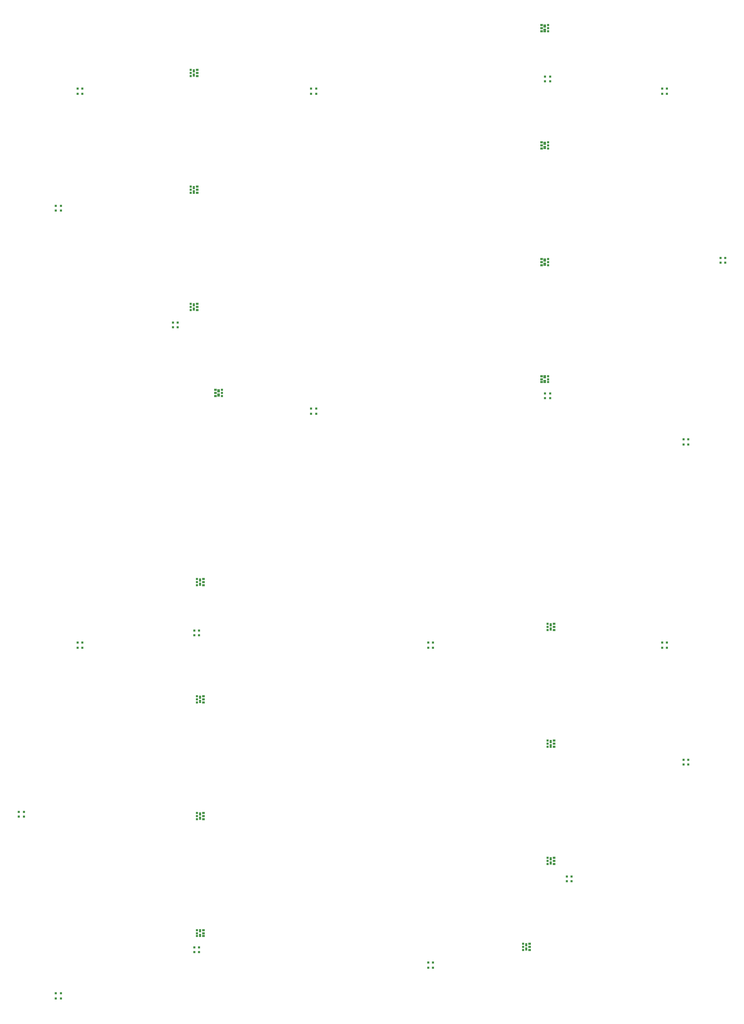
<source format=gbr>
%TF.GenerationSoftware,KiCad,Pcbnew,(6.0.6)*%
%TF.CreationDate,2022-09-05T11:06:27-07:00*%
%TF.ProjectId,Nour-Valkyrie,4e6f7572-2d56-4616-9c6b-797269652e6b,rev?*%
%TF.SameCoordinates,Original*%
%TF.FileFunction,Paste,Top*%
%TF.FilePolarity,Positive*%
%FSLAX46Y46*%
G04 Gerber Fmt 4.6, Leading zero omitted, Abs format (unit mm)*
G04 Created by KiCad (PCBNEW (6.0.6)) date 2022-09-05 11:06:27*
%MOMM*%
%LPD*%
G01*
G04 APERTURE LIST*
%ADD10C,0.010000*%
%ADD11R,0.400000X0.400000*%
G04 APERTURE END LIST*
%TO.C,D46*%
G36*
X82620000Y-173375000D02*
G01*
X82320000Y-173375000D01*
X82320000Y-173125000D01*
X82620000Y-173125000D01*
X82620000Y-173375000D01*
G37*
D10*
X82620000Y-173375000D02*
X82320000Y-173375000D01*
X82320000Y-173125000D01*
X82620000Y-173125000D01*
X82620000Y-173375000D01*
G36*
X83135000Y-172615000D02*
G01*
X82865000Y-172615000D01*
X82865000Y-172185000D01*
X83135000Y-172185000D01*
X83135000Y-172615000D01*
G37*
X83135000Y-172615000D02*
X82865000Y-172615000D01*
X82865000Y-172185000D01*
X83135000Y-172185000D01*
X83135000Y-172615000D01*
G36*
X82620000Y-172875000D02*
G01*
X82320000Y-172875000D01*
X82320000Y-172625000D01*
X82620000Y-172625000D01*
X82620000Y-172875000D01*
G37*
X82620000Y-172875000D02*
X82320000Y-172875000D01*
X82320000Y-172625000D01*
X82620000Y-172625000D01*
X82620000Y-172875000D01*
G36*
X83680000Y-172375000D02*
G01*
X83380000Y-172375000D01*
X83380000Y-172125000D01*
X83680000Y-172125000D01*
X83680000Y-172375000D01*
G37*
X83680000Y-172375000D02*
X83380000Y-172375000D01*
X83380000Y-172125000D01*
X83680000Y-172125000D01*
X83680000Y-172375000D01*
G36*
X83680000Y-172875000D02*
G01*
X83380000Y-172875000D01*
X83380000Y-172625000D01*
X83680000Y-172625000D01*
X83680000Y-172875000D01*
G37*
X83680000Y-172875000D02*
X83380000Y-172875000D01*
X83380000Y-172625000D01*
X83680000Y-172625000D01*
X83680000Y-172875000D01*
G36*
X83680000Y-173375000D02*
G01*
X83380000Y-173375000D01*
X83380000Y-173125000D01*
X83680000Y-173125000D01*
X83680000Y-173375000D01*
G37*
X83680000Y-173375000D02*
X83380000Y-173375000D01*
X83380000Y-173125000D01*
X83680000Y-173125000D01*
X83680000Y-173375000D01*
G36*
X83135000Y-173315000D02*
G01*
X82865000Y-173315000D01*
X82865000Y-172885000D01*
X83135000Y-172885000D01*
X83135000Y-173315000D01*
G37*
X83135000Y-173315000D02*
X82865000Y-173315000D01*
X82865000Y-172885000D01*
X83135000Y-172885000D01*
X83135000Y-173315000D01*
G36*
X82620000Y-172375000D02*
G01*
X82320000Y-172375000D01*
X82320000Y-172125000D01*
X82620000Y-172125000D01*
X82620000Y-172375000D01*
G37*
X82620000Y-172375000D02*
X82320000Y-172375000D01*
X82320000Y-172125000D01*
X82620000Y-172125000D01*
X82620000Y-172375000D01*
%TO.C,D49*%
G36*
X83135000Y-229615000D02*
G01*
X82865000Y-229615000D01*
X82865000Y-229185000D01*
X83135000Y-229185000D01*
X83135000Y-229615000D01*
G37*
X83135000Y-229615000D02*
X82865000Y-229615000D01*
X82865000Y-229185000D01*
X83135000Y-229185000D01*
X83135000Y-229615000D01*
G36*
X83680000Y-230375000D02*
G01*
X83380000Y-230375000D01*
X83380000Y-230125000D01*
X83680000Y-230125000D01*
X83680000Y-230375000D01*
G37*
X83680000Y-230375000D02*
X83380000Y-230375000D01*
X83380000Y-230125000D01*
X83680000Y-230125000D01*
X83680000Y-230375000D01*
G36*
X82620000Y-229875000D02*
G01*
X82320000Y-229875000D01*
X82320000Y-229625000D01*
X82620000Y-229625000D01*
X82620000Y-229875000D01*
G37*
X82620000Y-229875000D02*
X82320000Y-229875000D01*
X82320000Y-229625000D01*
X82620000Y-229625000D01*
X82620000Y-229875000D01*
G36*
X83680000Y-229375000D02*
G01*
X83380000Y-229375000D01*
X83380000Y-229125000D01*
X83680000Y-229125000D01*
X83680000Y-229375000D01*
G37*
X83680000Y-229375000D02*
X83380000Y-229375000D01*
X83380000Y-229125000D01*
X83680000Y-229125000D01*
X83680000Y-229375000D01*
G36*
X82620000Y-229375000D02*
G01*
X82320000Y-229375000D01*
X82320000Y-229125000D01*
X82620000Y-229125000D01*
X82620000Y-229375000D01*
G37*
X82620000Y-229375000D02*
X82320000Y-229375000D01*
X82320000Y-229125000D01*
X82620000Y-229125000D01*
X82620000Y-229375000D01*
G36*
X83680000Y-229875000D02*
G01*
X83380000Y-229875000D01*
X83380000Y-229625000D01*
X83680000Y-229625000D01*
X83680000Y-229875000D01*
G37*
X83680000Y-229875000D02*
X83380000Y-229875000D01*
X83380000Y-229625000D01*
X83680000Y-229625000D01*
X83680000Y-229875000D01*
G36*
X83135000Y-230315000D02*
G01*
X82865000Y-230315000D01*
X82865000Y-229885000D01*
X83135000Y-229885000D01*
X83135000Y-230315000D01*
G37*
X83135000Y-230315000D02*
X82865000Y-230315000D01*
X82865000Y-229885000D01*
X83135000Y-229885000D01*
X83135000Y-230315000D01*
G36*
X82620000Y-230375000D02*
G01*
X82320000Y-230375000D01*
X82320000Y-230125000D01*
X82620000Y-230125000D01*
X82620000Y-230375000D01*
G37*
X82620000Y-230375000D02*
X82320000Y-230375000D01*
X82320000Y-230125000D01*
X82620000Y-230125000D01*
X82620000Y-230375000D01*
%TO.C,D5*%
G36*
X81620000Y-90625000D02*
G01*
X81320000Y-90625000D01*
X81320000Y-90375000D01*
X81620000Y-90375000D01*
X81620000Y-90625000D01*
G37*
X81620000Y-90625000D02*
X81320000Y-90625000D01*
X81320000Y-90375000D01*
X81620000Y-90375000D01*
X81620000Y-90625000D01*
G36*
X82135000Y-89865000D02*
G01*
X81865000Y-89865000D01*
X81865000Y-89435000D01*
X82135000Y-89435000D01*
X82135000Y-89865000D01*
G37*
X82135000Y-89865000D02*
X81865000Y-89865000D01*
X81865000Y-89435000D01*
X82135000Y-89435000D01*
X82135000Y-89865000D01*
G36*
X82135000Y-90565000D02*
G01*
X81865000Y-90565000D01*
X81865000Y-90135000D01*
X82135000Y-90135000D01*
X82135000Y-90565000D01*
G37*
X82135000Y-90565000D02*
X81865000Y-90565000D01*
X81865000Y-90135000D01*
X82135000Y-90135000D01*
X82135000Y-90565000D01*
G36*
X81620000Y-89625000D02*
G01*
X81320000Y-89625000D01*
X81320000Y-89375000D01*
X81620000Y-89375000D01*
X81620000Y-89625000D01*
G37*
X81620000Y-89625000D02*
X81320000Y-89625000D01*
X81320000Y-89375000D01*
X81620000Y-89375000D01*
X81620000Y-89625000D01*
G36*
X82680000Y-90125000D02*
G01*
X82380000Y-90125000D01*
X82380000Y-89875000D01*
X82680000Y-89875000D01*
X82680000Y-90125000D01*
G37*
X82680000Y-90125000D02*
X82380000Y-90125000D01*
X82380000Y-89875000D01*
X82680000Y-89875000D01*
X82680000Y-90125000D01*
G36*
X81620000Y-90125000D02*
G01*
X81320000Y-90125000D01*
X81320000Y-89875000D01*
X81620000Y-89875000D01*
X81620000Y-90125000D01*
G37*
X81620000Y-90125000D02*
X81320000Y-90125000D01*
X81320000Y-89875000D01*
X81620000Y-89875000D01*
X81620000Y-90125000D01*
G36*
X82680000Y-90625000D02*
G01*
X82380000Y-90625000D01*
X82380000Y-90375000D01*
X82680000Y-90375000D01*
X82680000Y-90625000D01*
G37*
X82680000Y-90625000D02*
X82380000Y-90625000D01*
X82380000Y-90375000D01*
X82680000Y-90375000D01*
X82680000Y-90625000D01*
G36*
X82680000Y-89625000D02*
G01*
X82380000Y-89625000D01*
X82380000Y-89375000D01*
X82680000Y-89375000D01*
X82680000Y-89625000D01*
G37*
X82680000Y-89625000D02*
X82380000Y-89625000D01*
X82380000Y-89375000D01*
X82680000Y-89375000D01*
X82680000Y-89625000D01*
%TO.C,D43*%
G36*
X140680000Y-198625000D02*
G01*
X140380000Y-198625000D01*
X140380000Y-198375000D01*
X140680000Y-198375000D01*
X140680000Y-198625000D01*
G37*
X140680000Y-198625000D02*
X140380000Y-198625000D01*
X140380000Y-198375000D01*
X140680000Y-198375000D01*
X140680000Y-198625000D01*
G36*
X139620000Y-199125000D02*
G01*
X139320000Y-199125000D01*
X139320000Y-198875000D01*
X139620000Y-198875000D01*
X139620000Y-199125000D01*
G37*
X139620000Y-199125000D02*
X139320000Y-199125000D01*
X139320000Y-198875000D01*
X139620000Y-198875000D01*
X139620000Y-199125000D01*
G36*
X140680000Y-199125000D02*
G01*
X140380000Y-199125000D01*
X140380000Y-198875000D01*
X140680000Y-198875000D01*
X140680000Y-199125000D01*
G37*
X140680000Y-199125000D02*
X140380000Y-199125000D01*
X140380000Y-198875000D01*
X140680000Y-198875000D01*
X140680000Y-199125000D01*
G36*
X140135000Y-198865000D02*
G01*
X139865000Y-198865000D01*
X139865000Y-198435000D01*
X140135000Y-198435000D01*
X140135000Y-198865000D01*
G37*
X140135000Y-198865000D02*
X139865000Y-198865000D01*
X139865000Y-198435000D01*
X140135000Y-198435000D01*
X140135000Y-198865000D01*
G36*
X139620000Y-199625000D02*
G01*
X139320000Y-199625000D01*
X139320000Y-199375000D01*
X139620000Y-199375000D01*
X139620000Y-199625000D01*
G37*
X139620000Y-199625000D02*
X139320000Y-199625000D01*
X139320000Y-199375000D01*
X139620000Y-199375000D01*
X139620000Y-199625000D01*
G36*
X140680000Y-199625000D02*
G01*
X140380000Y-199625000D01*
X140380000Y-199375000D01*
X140680000Y-199375000D01*
X140680000Y-199625000D01*
G37*
X140680000Y-199625000D02*
X140380000Y-199625000D01*
X140380000Y-199375000D01*
X140680000Y-199375000D01*
X140680000Y-199625000D01*
G36*
X139620000Y-198625000D02*
G01*
X139320000Y-198625000D01*
X139320000Y-198375000D01*
X139620000Y-198375000D01*
X139620000Y-198625000D01*
G37*
X139620000Y-198625000D02*
X139320000Y-198625000D01*
X139320000Y-198375000D01*
X139620000Y-198375000D01*
X139620000Y-198625000D01*
G36*
X140135000Y-199565000D02*
G01*
X139865000Y-199565000D01*
X139865000Y-199135000D01*
X140135000Y-199135000D01*
X140135000Y-199565000D01*
G37*
X140135000Y-199565000D02*
X139865000Y-199565000D01*
X139865000Y-199135000D01*
X140135000Y-199135000D01*
X140135000Y-199565000D01*
%TO.C,D2*%
G36*
X138620000Y-101375000D02*
G01*
X138320000Y-101375000D01*
X138320000Y-101125000D01*
X138620000Y-101125000D01*
X138620000Y-101375000D01*
G37*
X138620000Y-101375000D02*
X138320000Y-101375000D01*
X138320000Y-101125000D01*
X138620000Y-101125000D01*
X138620000Y-101375000D01*
G36*
X139680000Y-101375000D02*
G01*
X139380000Y-101375000D01*
X139380000Y-101125000D01*
X139680000Y-101125000D01*
X139680000Y-101375000D01*
G37*
X139680000Y-101375000D02*
X139380000Y-101375000D01*
X139380000Y-101125000D01*
X139680000Y-101125000D01*
X139680000Y-101375000D01*
G36*
X139135000Y-101615000D02*
G01*
X138865000Y-101615000D01*
X138865000Y-101185000D01*
X139135000Y-101185000D01*
X139135000Y-101615000D01*
G37*
X139135000Y-101615000D02*
X138865000Y-101615000D01*
X138865000Y-101185000D01*
X139135000Y-101185000D01*
X139135000Y-101615000D01*
G36*
X139680000Y-102375000D02*
G01*
X139380000Y-102375000D01*
X139380000Y-102125000D01*
X139680000Y-102125000D01*
X139680000Y-102375000D01*
G37*
X139680000Y-102375000D02*
X139380000Y-102375000D01*
X139380000Y-102125000D01*
X139680000Y-102125000D01*
X139680000Y-102375000D01*
G36*
X139680000Y-101875000D02*
G01*
X139380000Y-101875000D01*
X139380000Y-101625000D01*
X139680000Y-101625000D01*
X139680000Y-101875000D01*
G37*
X139680000Y-101875000D02*
X139380000Y-101875000D01*
X139380000Y-101625000D01*
X139680000Y-101625000D01*
X139680000Y-101875000D01*
G36*
X138620000Y-101875000D02*
G01*
X138320000Y-101875000D01*
X138320000Y-101625000D01*
X138620000Y-101625000D01*
X138620000Y-101875000D01*
G37*
X138620000Y-101875000D02*
X138320000Y-101875000D01*
X138320000Y-101625000D01*
X138620000Y-101625000D01*
X138620000Y-101875000D01*
G36*
X138620000Y-102375000D02*
G01*
X138320000Y-102375000D01*
X138320000Y-102125000D01*
X138620000Y-102125000D01*
X138620000Y-102375000D01*
G37*
X138620000Y-102375000D02*
X138320000Y-102375000D01*
X138320000Y-102125000D01*
X138620000Y-102125000D01*
X138620000Y-102375000D01*
G36*
X139135000Y-102315000D02*
G01*
X138865000Y-102315000D01*
X138865000Y-101885000D01*
X139135000Y-101885000D01*
X139135000Y-102315000D01*
G37*
X139135000Y-102315000D02*
X138865000Y-102315000D01*
X138865000Y-101885000D01*
X139135000Y-101885000D01*
X139135000Y-102315000D01*
%TO.C,D4*%
G36*
X139135000Y-140315000D02*
G01*
X138865000Y-140315000D01*
X138865000Y-139885000D01*
X139135000Y-139885000D01*
X139135000Y-140315000D01*
G37*
X139135000Y-140315000D02*
X138865000Y-140315000D01*
X138865000Y-139885000D01*
X139135000Y-139885000D01*
X139135000Y-140315000D01*
G36*
X139680000Y-140375000D02*
G01*
X139380000Y-140375000D01*
X139380000Y-140125000D01*
X139680000Y-140125000D01*
X139680000Y-140375000D01*
G37*
X139680000Y-140375000D02*
X139380000Y-140375000D01*
X139380000Y-140125000D01*
X139680000Y-140125000D01*
X139680000Y-140375000D01*
G36*
X139680000Y-139375000D02*
G01*
X139380000Y-139375000D01*
X139380000Y-139125000D01*
X139680000Y-139125000D01*
X139680000Y-139375000D01*
G37*
X139680000Y-139375000D02*
X139380000Y-139375000D01*
X139380000Y-139125000D01*
X139680000Y-139125000D01*
X139680000Y-139375000D01*
G36*
X138620000Y-139375000D02*
G01*
X138320000Y-139375000D01*
X138320000Y-139125000D01*
X138620000Y-139125000D01*
X138620000Y-139375000D01*
G37*
X138620000Y-139375000D02*
X138320000Y-139375000D01*
X138320000Y-139125000D01*
X138620000Y-139125000D01*
X138620000Y-139375000D01*
G36*
X138620000Y-139875000D02*
G01*
X138320000Y-139875000D01*
X138320000Y-139625000D01*
X138620000Y-139625000D01*
X138620000Y-139875000D01*
G37*
X138620000Y-139875000D02*
X138320000Y-139875000D01*
X138320000Y-139625000D01*
X138620000Y-139625000D01*
X138620000Y-139875000D01*
G36*
X139680000Y-139875000D02*
G01*
X139380000Y-139875000D01*
X139380000Y-139625000D01*
X139680000Y-139625000D01*
X139680000Y-139875000D01*
G37*
X139680000Y-139875000D02*
X139380000Y-139875000D01*
X139380000Y-139625000D01*
X139680000Y-139625000D01*
X139680000Y-139875000D01*
G36*
X138620000Y-140375000D02*
G01*
X138320000Y-140375000D01*
X138320000Y-140125000D01*
X138620000Y-140125000D01*
X138620000Y-140375000D01*
G37*
X138620000Y-140375000D02*
X138320000Y-140375000D01*
X138320000Y-140125000D01*
X138620000Y-140125000D01*
X138620000Y-140375000D01*
G36*
X139135000Y-139615000D02*
G01*
X138865000Y-139615000D01*
X138865000Y-139185000D01*
X139135000Y-139185000D01*
X139135000Y-139615000D01*
G37*
X139135000Y-139615000D02*
X138865000Y-139615000D01*
X138865000Y-139185000D01*
X139135000Y-139185000D01*
X139135000Y-139615000D01*
%TO.C,D44*%
G36*
X139620000Y-218625000D02*
G01*
X139320000Y-218625000D01*
X139320000Y-218375000D01*
X139620000Y-218375000D01*
X139620000Y-218625000D01*
G37*
X139620000Y-218625000D02*
X139320000Y-218625000D01*
X139320000Y-218375000D01*
X139620000Y-218375000D01*
X139620000Y-218625000D01*
G36*
X140680000Y-218125000D02*
G01*
X140380000Y-218125000D01*
X140380000Y-217875000D01*
X140680000Y-217875000D01*
X140680000Y-218125000D01*
G37*
X140680000Y-218125000D02*
X140380000Y-218125000D01*
X140380000Y-217875000D01*
X140680000Y-217875000D01*
X140680000Y-218125000D01*
G36*
X140680000Y-218625000D02*
G01*
X140380000Y-218625000D01*
X140380000Y-218375000D01*
X140680000Y-218375000D01*
X140680000Y-218625000D01*
G37*
X140680000Y-218625000D02*
X140380000Y-218625000D01*
X140380000Y-218375000D01*
X140680000Y-218375000D01*
X140680000Y-218625000D01*
G36*
X140135000Y-218565000D02*
G01*
X139865000Y-218565000D01*
X139865000Y-218135000D01*
X140135000Y-218135000D01*
X140135000Y-218565000D01*
G37*
X140135000Y-218565000D02*
X139865000Y-218565000D01*
X139865000Y-218135000D01*
X140135000Y-218135000D01*
X140135000Y-218565000D01*
G36*
X140135000Y-217865000D02*
G01*
X139865000Y-217865000D01*
X139865000Y-217435000D01*
X140135000Y-217435000D01*
X140135000Y-217865000D01*
G37*
X140135000Y-217865000D02*
X139865000Y-217865000D01*
X139865000Y-217435000D01*
X140135000Y-217435000D01*
X140135000Y-217865000D01*
G36*
X140680000Y-217625000D02*
G01*
X140380000Y-217625000D01*
X140380000Y-217375000D01*
X140680000Y-217375000D01*
X140680000Y-217625000D01*
G37*
X140680000Y-217625000D02*
X140380000Y-217625000D01*
X140380000Y-217375000D01*
X140680000Y-217375000D01*
X140680000Y-217625000D01*
G36*
X139620000Y-217625000D02*
G01*
X139320000Y-217625000D01*
X139320000Y-217375000D01*
X139620000Y-217375000D01*
X139620000Y-217625000D01*
G37*
X139620000Y-217625000D02*
X139320000Y-217625000D01*
X139320000Y-217375000D01*
X139620000Y-217375000D01*
X139620000Y-217625000D01*
G36*
X139620000Y-218125000D02*
G01*
X139320000Y-218125000D01*
X139320000Y-217875000D01*
X139620000Y-217875000D01*
X139620000Y-218125000D01*
G37*
X139620000Y-218125000D02*
X139320000Y-218125000D01*
X139320000Y-217875000D01*
X139620000Y-217875000D01*
X139620000Y-218125000D01*
%TO.C,D1*%
G36*
X139135000Y-83315000D02*
G01*
X138865000Y-83315000D01*
X138865000Y-82885000D01*
X139135000Y-82885000D01*
X139135000Y-83315000D01*
G37*
X139135000Y-83315000D02*
X138865000Y-83315000D01*
X138865000Y-82885000D01*
X139135000Y-82885000D01*
X139135000Y-83315000D01*
G36*
X139135000Y-82615000D02*
G01*
X138865000Y-82615000D01*
X138865000Y-82185000D01*
X139135000Y-82185000D01*
X139135000Y-82615000D01*
G37*
X139135000Y-82615000D02*
X138865000Y-82615000D01*
X138865000Y-82185000D01*
X139135000Y-82185000D01*
X139135000Y-82615000D01*
G36*
X138620000Y-83375000D02*
G01*
X138320000Y-83375000D01*
X138320000Y-83125000D01*
X138620000Y-83125000D01*
X138620000Y-83375000D01*
G37*
X138620000Y-83375000D02*
X138320000Y-83375000D01*
X138320000Y-83125000D01*
X138620000Y-83125000D01*
X138620000Y-83375000D01*
G36*
X139680000Y-82375000D02*
G01*
X139380000Y-82375000D01*
X139380000Y-82125000D01*
X139680000Y-82125000D01*
X139680000Y-82375000D01*
G37*
X139680000Y-82375000D02*
X139380000Y-82375000D01*
X139380000Y-82125000D01*
X139680000Y-82125000D01*
X139680000Y-82375000D01*
G36*
X138620000Y-82875000D02*
G01*
X138320000Y-82875000D01*
X138320000Y-82625000D01*
X138620000Y-82625000D01*
X138620000Y-82875000D01*
G37*
X138620000Y-82875000D02*
X138320000Y-82875000D01*
X138320000Y-82625000D01*
X138620000Y-82625000D01*
X138620000Y-82875000D01*
G36*
X139680000Y-82875000D02*
G01*
X139380000Y-82875000D01*
X139380000Y-82625000D01*
X139680000Y-82625000D01*
X139680000Y-82875000D01*
G37*
X139680000Y-82875000D02*
X139380000Y-82875000D01*
X139380000Y-82625000D01*
X139680000Y-82625000D01*
X139680000Y-82875000D01*
G36*
X138620000Y-82375000D02*
G01*
X138320000Y-82375000D01*
X138320000Y-82125000D01*
X138620000Y-82125000D01*
X138620000Y-82375000D01*
G37*
X138620000Y-82375000D02*
X138320000Y-82375000D01*
X138320000Y-82125000D01*
X138620000Y-82125000D01*
X138620000Y-82375000D01*
G36*
X139680000Y-83375000D02*
G01*
X139380000Y-83375000D01*
X139380000Y-83125000D01*
X139680000Y-83125000D01*
X139680000Y-83375000D01*
G37*
X139680000Y-83375000D02*
X139380000Y-83375000D01*
X139380000Y-83125000D01*
X139680000Y-83125000D01*
X139680000Y-83375000D01*
%TO.C,D45*%
G36*
X135620000Y-231625000D02*
G01*
X135320000Y-231625000D01*
X135320000Y-231375000D01*
X135620000Y-231375000D01*
X135620000Y-231625000D01*
G37*
X135620000Y-231625000D02*
X135320000Y-231625000D01*
X135320000Y-231375000D01*
X135620000Y-231375000D01*
X135620000Y-231625000D01*
G36*
X136680000Y-231625000D02*
G01*
X136380000Y-231625000D01*
X136380000Y-231375000D01*
X136680000Y-231375000D01*
X136680000Y-231625000D01*
G37*
X136680000Y-231625000D02*
X136380000Y-231625000D01*
X136380000Y-231375000D01*
X136680000Y-231375000D01*
X136680000Y-231625000D01*
G36*
X136680000Y-232125000D02*
G01*
X136380000Y-232125000D01*
X136380000Y-231875000D01*
X136680000Y-231875000D01*
X136680000Y-232125000D01*
G37*
X136680000Y-232125000D02*
X136380000Y-232125000D01*
X136380000Y-231875000D01*
X136680000Y-231875000D01*
X136680000Y-232125000D01*
G36*
X135620000Y-232125000D02*
G01*
X135320000Y-232125000D01*
X135320000Y-231875000D01*
X135620000Y-231875000D01*
X135620000Y-232125000D01*
G37*
X135620000Y-232125000D02*
X135320000Y-232125000D01*
X135320000Y-231875000D01*
X135620000Y-231875000D01*
X135620000Y-232125000D01*
G36*
X136680000Y-232625000D02*
G01*
X136380000Y-232625000D01*
X136380000Y-232375000D01*
X136680000Y-232375000D01*
X136680000Y-232625000D01*
G37*
X136680000Y-232625000D02*
X136380000Y-232625000D01*
X136380000Y-232375000D01*
X136680000Y-232375000D01*
X136680000Y-232625000D01*
G36*
X136135000Y-231865000D02*
G01*
X135865000Y-231865000D01*
X135865000Y-231435000D01*
X136135000Y-231435000D01*
X136135000Y-231865000D01*
G37*
X136135000Y-231865000D02*
X135865000Y-231865000D01*
X135865000Y-231435000D01*
X136135000Y-231435000D01*
X136135000Y-231865000D01*
G36*
X136135000Y-232565000D02*
G01*
X135865000Y-232565000D01*
X135865000Y-232135000D01*
X136135000Y-232135000D01*
X136135000Y-232565000D01*
G37*
X136135000Y-232565000D02*
X135865000Y-232565000D01*
X135865000Y-232135000D01*
X136135000Y-232135000D01*
X136135000Y-232565000D01*
G36*
X135620000Y-232625000D02*
G01*
X135320000Y-232625000D01*
X135320000Y-232375000D01*
X135620000Y-232375000D01*
X135620000Y-232625000D01*
G37*
X135620000Y-232625000D02*
X135320000Y-232625000D01*
X135320000Y-232375000D01*
X135620000Y-232375000D01*
X135620000Y-232625000D01*
%TO.C,D6*%
G36*
X82680000Y-109125000D02*
G01*
X82380000Y-109125000D01*
X82380000Y-108875000D01*
X82680000Y-108875000D01*
X82680000Y-109125000D01*
G37*
X82680000Y-109125000D02*
X82380000Y-109125000D01*
X82380000Y-108875000D01*
X82680000Y-108875000D01*
X82680000Y-109125000D01*
G36*
X81620000Y-108625000D02*
G01*
X81320000Y-108625000D01*
X81320000Y-108375000D01*
X81620000Y-108375000D01*
X81620000Y-108625000D01*
G37*
X81620000Y-108625000D02*
X81320000Y-108625000D01*
X81320000Y-108375000D01*
X81620000Y-108375000D01*
X81620000Y-108625000D01*
G36*
X81620000Y-109125000D02*
G01*
X81320000Y-109125000D01*
X81320000Y-108875000D01*
X81620000Y-108875000D01*
X81620000Y-109125000D01*
G37*
X81620000Y-109125000D02*
X81320000Y-109125000D01*
X81320000Y-108875000D01*
X81620000Y-108875000D01*
X81620000Y-109125000D01*
G36*
X82135000Y-109565000D02*
G01*
X81865000Y-109565000D01*
X81865000Y-109135000D01*
X82135000Y-109135000D01*
X82135000Y-109565000D01*
G37*
X82135000Y-109565000D02*
X81865000Y-109565000D01*
X81865000Y-109135000D01*
X82135000Y-109135000D01*
X82135000Y-109565000D01*
G36*
X82135000Y-108865000D02*
G01*
X81865000Y-108865000D01*
X81865000Y-108435000D01*
X82135000Y-108435000D01*
X82135000Y-108865000D01*
G37*
X82135000Y-108865000D02*
X81865000Y-108865000D01*
X81865000Y-108435000D01*
X82135000Y-108435000D01*
X82135000Y-108865000D01*
G36*
X81620000Y-109625000D02*
G01*
X81320000Y-109625000D01*
X81320000Y-109375000D01*
X81620000Y-109375000D01*
X81620000Y-109625000D01*
G37*
X81620000Y-109625000D02*
X81320000Y-109625000D01*
X81320000Y-109375000D01*
X81620000Y-109375000D01*
X81620000Y-109625000D01*
G36*
X82680000Y-109625000D02*
G01*
X82380000Y-109625000D01*
X82380000Y-109375000D01*
X82680000Y-109375000D01*
X82680000Y-109625000D01*
G37*
X82680000Y-109625000D02*
X82380000Y-109625000D01*
X82380000Y-109375000D01*
X82680000Y-109375000D01*
X82680000Y-109625000D01*
G36*
X82680000Y-108625000D02*
G01*
X82380000Y-108625000D01*
X82380000Y-108375000D01*
X82680000Y-108375000D01*
X82680000Y-108625000D01*
G37*
X82680000Y-108625000D02*
X82380000Y-108625000D01*
X82380000Y-108375000D01*
X82680000Y-108375000D01*
X82680000Y-108625000D01*
%TO.C,D7*%
G36*
X82680000Y-128625000D02*
G01*
X82380000Y-128625000D01*
X82380000Y-128375000D01*
X82680000Y-128375000D01*
X82680000Y-128625000D01*
G37*
X82680000Y-128625000D02*
X82380000Y-128625000D01*
X82380000Y-128375000D01*
X82680000Y-128375000D01*
X82680000Y-128625000D01*
G36*
X82680000Y-127625000D02*
G01*
X82380000Y-127625000D01*
X82380000Y-127375000D01*
X82680000Y-127375000D01*
X82680000Y-127625000D01*
G37*
X82680000Y-127625000D02*
X82380000Y-127625000D01*
X82380000Y-127375000D01*
X82680000Y-127375000D01*
X82680000Y-127625000D01*
G36*
X82680000Y-128125000D02*
G01*
X82380000Y-128125000D01*
X82380000Y-127875000D01*
X82680000Y-127875000D01*
X82680000Y-128125000D01*
G37*
X82680000Y-128125000D02*
X82380000Y-128125000D01*
X82380000Y-127875000D01*
X82680000Y-127875000D01*
X82680000Y-128125000D01*
G36*
X81620000Y-127625000D02*
G01*
X81320000Y-127625000D01*
X81320000Y-127375000D01*
X81620000Y-127375000D01*
X81620000Y-127625000D01*
G37*
X81620000Y-127625000D02*
X81320000Y-127625000D01*
X81320000Y-127375000D01*
X81620000Y-127375000D01*
X81620000Y-127625000D01*
G36*
X81620000Y-128625000D02*
G01*
X81320000Y-128625000D01*
X81320000Y-128375000D01*
X81620000Y-128375000D01*
X81620000Y-128625000D01*
G37*
X81620000Y-128625000D02*
X81320000Y-128625000D01*
X81320000Y-128375000D01*
X81620000Y-128375000D01*
X81620000Y-128625000D01*
G36*
X82135000Y-128565000D02*
G01*
X81865000Y-128565000D01*
X81865000Y-128135000D01*
X82135000Y-128135000D01*
X82135000Y-128565000D01*
G37*
X82135000Y-128565000D02*
X81865000Y-128565000D01*
X81865000Y-128135000D01*
X82135000Y-128135000D01*
X82135000Y-128565000D01*
G36*
X82135000Y-127865000D02*
G01*
X81865000Y-127865000D01*
X81865000Y-127435000D01*
X82135000Y-127435000D01*
X82135000Y-127865000D01*
G37*
X82135000Y-127865000D02*
X81865000Y-127865000D01*
X81865000Y-127435000D01*
X82135000Y-127435000D01*
X82135000Y-127865000D01*
G36*
X81620000Y-128125000D02*
G01*
X81320000Y-128125000D01*
X81320000Y-127875000D01*
X81620000Y-127875000D01*
X81620000Y-128125000D01*
G37*
X81620000Y-128125000D02*
X81320000Y-128125000D01*
X81320000Y-127875000D01*
X81620000Y-127875000D01*
X81620000Y-128125000D01*
%TO.C,D8*%
G36*
X86680000Y-141625000D02*
G01*
X86380000Y-141625000D01*
X86380000Y-141375000D01*
X86680000Y-141375000D01*
X86680000Y-141625000D01*
G37*
X86680000Y-141625000D02*
X86380000Y-141625000D01*
X86380000Y-141375000D01*
X86680000Y-141375000D01*
X86680000Y-141625000D01*
G36*
X86135000Y-141865000D02*
G01*
X85865000Y-141865000D01*
X85865000Y-141435000D01*
X86135000Y-141435000D01*
X86135000Y-141865000D01*
G37*
X86135000Y-141865000D02*
X85865000Y-141865000D01*
X85865000Y-141435000D01*
X86135000Y-141435000D01*
X86135000Y-141865000D01*
G36*
X85620000Y-141625000D02*
G01*
X85320000Y-141625000D01*
X85320000Y-141375000D01*
X85620000Y-141375000D01*
X85620000Y-141625000D01*
G37*
X85620000Y-141625000D02*
X85320000Y-141625000D01*
X85320000Y-141375000D01*
X85620000Y-141375000D01*
X85620000Y-141625000D01*
G36*
X85620000Y-142625000D02*
G01*
X85320000Y-142625000D01*
X85320000Y-142375000D01*
X85620000Y-142375000D01*
X85620000Y-142625000D01*
G37*
X85620000Y-142625000D02*
X85320000Y-142625000D01*
X85320000Y-142375000D01*
X85620000Y-142375000D01*
X85620000Y-142625000D01*
G36*
X86135000Y-142565000D02*
G01*
X85865000Y-142565000D01*
X85865000Y-142135000D01*
X86135000Y-142135000D01*
X86135000Y-142565000D01*
G37*
X86135000Y-142565000D02*
X85865000Y-142565000D01*
X85865000Y-142135000D01*
X86135000Y-142135000D01*
X86135000Y-142565000D01*
G36*
X86680000Y-142125000D02*
G01*
X86380000Y-142125000D01*
X86380000Y-141875000D01*
X86680000Y-141875000D01*
X86680000Y-142125000D01*
G37*
X86680000Y-142125000D02*
X86380000Y-142125000D01*
X86380000Y-141875000D01*
X86680000Y-141875000D01*
X86680000Y-142125000D01*
G36*
X85620000Y-142125000D02*
G01*
X85320000Y-142125000D01*
X85320000Y-141875000D01*
X85620000Y-141875000D01*
X85620000Y-142125000D01*
G37*
X85620000Y-142125000D02*
X85320000Y-142125000D01*
X85320000Y-141875000D01*
X85620000Y-141875000D01*
X85620000Y-142125000D01*
G36*
X86680000Y-142625000D02*
G01*
X86380000Y-142625000D01*
X86380000Y-142375000D01*
X86680000Y-142375000D01*
X86680000Y-142625000D01*
G37*
X86680000Y-142625000D02*
X86380000Y-142625000D01*
X86380000Y-142375000D01*
X86680000Y-142375000D01*
X86680000Y-142625000D01*
%TO.C,D3*%
G36*
X138620000Y-120875000D02*
G01*
X138320000Y-120875000D01*
X138320000Y-120625000D01*
X138620000Y-120625000D01*
X138620000Y-120875000D01*
G37*
X138620000Y-120875000D02*
X138320000Y-120875000D01*
X138320000Y-120625000D01*
X138620000Y-120625000D01*
X138620000Y-120875000D01*
G36*
X139135000Y-120615000D02*
G01*
X138865000Y-120615000D01*
X138865000Y-120185000D01*
X139135000Y-120185000D01*
X139135000Y-120615000D01*
G37*
X139135000Y-120615000D02*
X138865000Y-120615000D01*
X138865000Y-120185000D01*
X139135000Y-120185000D01*
X139135000Y-120615000D01*
G36*
X139680000Y-121375000D02*
G01*
X139380000Y-121375000D01*
X139380000Y-121125000D01*
X139680000Y-121125000D01*
X139680000Y-121375000D01*
G37*
X139680000Y-121375000D02*
X139380000Y-121375000D01*
X139380000Y-121125000D01*
X139680000Y-121125000D01*
X139680000Y-121375000D01*
G36*
X139135000Y-121315000D02*
G01*
X138865000Y-121315000D01*
X138865000Y-120885000D01*
X139135000Y-120885000D01*
X139135000Y-121315000D01*
G37*
X139135000Y-121315000D02*
X138865000Y-121315000D01*
X138865000Y-120885000D01*
X139135000Y-120885000D01*
X139135000Y-121315000D01*
G36*
X138620000Y-120375000D02*
G01*
X138320000Y-120375000D01*
X138320000Y-120125000D01*
X138620000Y-120125000D01*
X138620000Y-120375000D01*
G37*
X138620000Y-120375000D02*
X138320000Y-120375000D01*
X138320000Y-120125000D01*
X138620000Y-120125000D01*
X138620000Y-120375000D01*
G36*
X139680000Y-120875000D02*
G01*
X139380000Y-120875000D01*
X139380000Y-120625000D01*
X139680000Y-120625000D01*
X139680000Y-120875000D01*
G37*
X139680000Y-120875000D02*
X139380000Y-120875000D01*
X139380000Y-120625000D01*
X139680000Y-120625000D01*
X139680000Y-120875000D01*
G36*
X139680000Y-120375000D02*
G01*
X139380000Y-120375000D01*
X139380000Y-120125000D01*
X139680000Y-120125000D01*
X139680000Y-120375000D01*
G37*
X139680000Y-120375000D02*
X139380000Y-120375000D01*
X139380000Y-120125000D01*
X139680000Y-120125000D01*
X139680000Y-120375000D01*
G36*
X138620000Y-121375000D02*
G01*
X138320000Y-121375000D01*
X138320000Y-121125000D01*
X138620000Y-121125000D01*
X138620000Y-121375000D01*
G37*
X138620000Y-121375000D02*
X138320000Y-121375000D01*
X138320000Y-121125000D01*
X138620000Y-121125000D01*
X138620000Y-121375000D01*
%TO.C,D48*%
G36*
X82620000Y-211375000D02*
G01*
X82320000Y-211375000D01*
X82320000Y-211125000D01*
X82620000Y-211125000D01*
X82620000Y-211375000D01*
G37*
X82620000Y-211375000D02*
X82320000Y-211375000D01*
X82320000Y-211125000D01*
X82620000Y-211125000D01*
X82620000Y-211375000D01*
G36*
X82620000Y-210375000D02*
G01*
X82320000Y-210375000D01*
X82320000Y-210125000D01*
X82620000Y-210125000D01*
X82620000Y-210375000D01*
G37*
X82620000Y-210375000D02*
X82320000Y-210375000D01*
X82320000Y-210125000D01*
X82620000Y-210125000D01*
X82620000Y-210375000D01*
G36*
X83135000Y-210615000D02*
G01*
X82865000Y-210615000D01*
X82865000Y-210185000D01*
X83135000Y-210185000D01*
X83135000Y-210615000D01*
G37*
X83135000Y-210615000D02*
X82865000Y-210615000D01*
X82865000Y-210185000D01*
X83135000Y-210185000D01*
X83135000Y-210615000D01*
G36*
X82620000Y-210875000D02*
G01*
X82320000Y-210875000D01*
X82320000Y-210625000D01*
X82620000Y-210625000D01*
X82620000Y-210875000D01*
G37*
X82620000Y-210875000D02*
X82320000Y-210875000D01*
X82320000Y-210625000D01*
X82620000Y-210625000D01*
X82620000Y-210875000D01*
G36*
X83135000Y-211315000D02*
G01*
X82865000Y-211315000D01*
X82865000Y-210885000D01*
X83135000Y-210885000D01*
X83135000Y-211315000D01*
G37*
X83135000Y-211315000D02*
X82865000Y-211315000D01*
X82865000Y-210885000D01*
X83135000Y-210885000D01*
X83135000Y-211315000D01*
G36*
X83680000Y-211375000D02*
G01*
X83380000Y-211375000D01*
X83380000Y-211125000D01*
X83680000Y-211125000D01*
X83680000Y-211375000D01*
G37*
X83680000Y-211375000D02*
X83380000Y-211375000D01*
X83380000Y-211125000D01*
X83680000Y-211125000D01*
X83680000Y-211375000D01*
G36*
X83680000Y-210375000D02*
G01*
X83380000Y-210375000D01*
X83380000Y-210125000D01*
X83680000Y-210125000D01*
X83680000Y-210375000D01*
G37*
X83680000Y-210375000D02*
X83380000Y-210375000D01*
X83380000Y-210125000D01*
X83680000Y-210125000D01*
X83680000Y-210375000D01*
G36*
X83680000Y-210875000D02*
G01*
X83380000Y-210875000D01*
X83380000Y-210625000D01*
X83680000Y-210625000D01*
X83680000Y-210875000D01*
G37*
X83680000Y-210875000D02*
X83380000Y-210875000D01*
X83380000Y-210625000D01*
X83680000Y-210625000D01*
X83680000Y-210875000D01*
%TO.C,D47*%
G36*
X82620000Y-191375000D02*
G01*
X82320000Y-191375000D01*
X82320000Y-191125000D01*
X82620000Y-191125000D01*
X82620000Y-191375000D01*
G37*
X82620000Y-191375000D02*
X82320000Y-191375000D01*
X82320000Y-191125000D01*
X82620000Y-191125000D01*
X82620000Y-191375000D01*
G36*
X83680000Y-191375000D02*
G01*
X83380000Y-191375000D01*
X83380000Y-191125000D01*
X83680000Y-191125000D01*
X83680000Y-191375000D01*
G37*
X83680000Y-191375000D02*
X83380000Y-191375000D01*
X83380000Y-191125000D01*
X83680000Y-191125000D01*
X83680000Y-191375000D01*
G36*
X83135000Y-192315000D02*
G01*
X82865000Y-192315000D01*
X82865000Y-191885000D01*
X83135000Y-191885000D01*
X83135000Y-192315000D01*
G37*
X83135000Y-192315000D02*
X82865000Y-192315000D01*
X82865000Y-191885000D01*
X83135000Y-191885000D01*
X83135000Y-192315000D01*
G36*
X83680000Y-192375000D02*
G01*
X83380000Y-192375000D01*
X83380000Y-192125000D01*
X83680000Y-192125000D01*
X83680000Y-192375000D01*
G37*
X83680000Y-192375000D02*
X83380000Y-192375000D01*
X83380000Y-192125000D01*
X83680000Y-192125000D01*
X83680000Y-192375000D01*
G36*
X82620000Y-192375000D02*
G01*
X82320000Y-192375000D01*
X82320000Y-192125000D01*
X82620000Y-192125000D01*
X82620000Y-192375000D01*
G37*
X82620000Y-192375000D02*
X82320000Y-192375000D01*
X82320000Y-192125000D01*
X82620000Y-192125000D01*
X82620000Y-192375000D01*
G36*
X83680000Y-191875000D02*
G01*
X83380000Y-191875000D01*
X83380000Y-191625000D01*
X83680000Y-191625000D01*
X83680000Y-191875000D01*
G37*
X83680000Y-191875000D02*
X83380000Y-191875000D01*
X83380000Y-191625000D01*
X83680000Y-191625000D01*
X83680000Y-191875000D01*
G36*
X83135000Y-191615000D02*
G01*
X82865000Y-191615000D01*
X82865000Y-191185000D01*
X83135000Y-191185000D01*
X83135000Y-191615000D01*
G37*
X83135000Y-191615000D02*
X82865000Y-191615000D01*
X82865000Y-191185000D01*
X83135000Y-191185000D01*
X83135000Y-191615000D01*
G36*
X82620000Y-191875000D02*
G01*
X82320000Y-191875000D01*
X82320000Y-191625000D01*
X82620000Y-191625000D01*
X82620000Y-191875000D01*
G37*
X82620000Y-191875000D02*
X82320000Y-191875000D01*
X82320000Y-191625000D01*
X82620000Y-191625000D01*
X82620000Y-191875000D01*
%TO.C,D42*%
G36*
X139620000Y-180625000D02*
G01*
X139320000Y-180625000D01*
X139320000Y-180375000D01*
X139620000Y-180375000D01*
X139620000Y-180625000D01*
G37*
X139620000Y-180625000D02*
X139320000Y-180625000D01*
X139320000Y-180375000D01*
X139620000Y-180375000D01*
X139620000Y-180625000D01*
G36*
X139620000Y-179625000D02*
G01*
X139320000Y-179625000D01*
X139320000Y-179375000D01*
X139620000Y-179375000D01*
X139620000Y-179625000D01*
G37*
X139620000Y-179625000D02*
X139320000Y-179625000D01*
X139320000Y-179375000D01*
X139620000Y-179375000D01*
X139620000Y-179625000D01*
G36*
X140680000Y-180625000D02*
G01*
X140380000Y-180625000D01*
X140380000Y-180375000D01*
X140680000Y-180375000D01*
X140680000Y-180625000D01*
G37*
X140680000Y-180625000D02*
X140380000Y-180625000D01*
X140380000Y-180375000D01*
X140680000Y-180375000D01*
X140680000Y-180625000D01*
G36*
X140135000Y-180565000D02*
G01*
X139865000Y-180565000D01*
X139865000Y-180135000D01*
X140135000Y-180135000D01*
X140135000Y-180565000D01*
G37*
X140135000Y-180565000D02*
X139865000Y-180565000D01*
X139865000Y-180135000D01*
X140135000Y-180135000D01*
X140135000Y-180565000D01*
G36*
X139620000Y-180125000D02*
G01*
X139320000Y-180125000D01*
X139320000Y-179875000D01*
X139620000Y-179875000D01*
X139620000Y-180125000D01*
G37*
X139620000Y-180125000D02*
X139320000Y-180125000D01*
X139320000Y-179875000D01*
X139620000Y-179875000D01*
X139620000Y-180125000D01*
G36*
X140680000Y-179625000D02*
G01*
X140380000Y-179625000D01*
X140380000Y-179375000D01*
X140680000Y-179375000D01*
X140680000Y-179625000D01*
G37*
X140680000Y-179625000D02*
X140380000Y-179625000D01*
X140380000Y-179375000D01*
X140680000Y-179375000D01*
X140680000Y-179625000D01*
G36*
X140680000Y-180125000D02*
G01*
X140380000Y-180125000D01*
X140380000Y-179875000D01*
X140680000Y-179875000D01*
X140680000Y-180125000D01*
G37*
X140680000Y-180125000D02*
X140380000Y-180125000D01*
X140380000Y-179875000D01*
X140680000Y-179875000D01*
X140680000Y-180125000D01*
G36*
X140135000Y-179865000D02*
G01*
X139865000Y-179865000D01*
X139865000Y-179435000D01*
X140135000Y-179435000D01*
X140135000Y-179865000D01*
G37*
X140135000Y-179865000D02*
X139865000Y-179865000D01*
X139865000Y-179435000D01*
X140135000Y-179435000D01*
X140135000Y-179865000D01*
%TD*%
D11*
%TO.C,D79*%
X120900000Y-182600000D03*
X120100000Y-183400000D03*
X120900000Y-183400000D03*
X120100000Y-182600000D03*
%TD*%
%TO.C,D34*%
X168400000Y-120100000D03*
X167600000Y-120900000D03*
X168400000Y-120900000D03*
X167600000Y-120100000D03*
%TD*%
%TO.C,D81*%
X158900000Y-182600000D03*
X158100000Y-183400000D03*
X158900000Y-183400000D03*
X158100000Y-182600000D03*
%TD*%
%TO.C,D80*%
X143400000Y-220600000D03*
X142600000Y-221400000D03*
X143400000Y-221400000D03*
X142600000Y-220600000D03*
%TD*%
%TO.C,D85*%
X82900000Y-180600000D03*
X82100000Y-181400000D03*
X82900000Y-181400000D03*
X82100000Y-180600000D03*
%TD*%
%TO.C,D84*%
X139900000Y-142100000D03*
X139100000Y-142900000D03*
X139900000Y-142900000D03*
X139100000Y-142100000D03*
%TD*%
%TO.C,D78*%
X82900000Y-232100000D03*
X82100000Y-232900000D03*
X82900000Y-232900000D03*
X82100000Y-232100000D03*
%TD*%
%TO.C,D82*%
X162400000Y-201600000D03*
X161600000Y-202400000D03*
X162400000Y-202400000D03*
X161600000Y-201600000D03*
%TD*%
%TO.C,D75*%
X54400000Y-210900000D03*
X53600000Y-210100000D03*
X53600000Y-210900000D03*
X54400000Y-210100000D03*
%TD*%
%TO.C,D76*%
X60400000Y-239600000D03*
X59600000Y-240400000D03*
X60400000Y-240400000D03*
X59600000Y-239600000D03*
%TD*%
%TO.C,D41*%
X60400000Y-111600000D03*
X59600000Y-112400000D03*
X60400000Y-112400000D03*
X59600000Y-111600000D03*
%TD*%
%TO.C,D39*%
X101900000Y-92600000D03*
X101100000Y-93400000D03*
X101900000Y-93400000D03*
X101100000Y-92600000D03*
%TD*%
%TO.C,D40*%
X63900000Y-92600000D03*
X63100000Y-93400000D03*
X63900000Y-93400000D03*
X63100000Y-92600000D03*
%TD*%
%TO.C,D37*%
X79400000Y-130600000D03*
X78600000Y-131400000D03*
X79400000Y-131400000D03*
X78600000Y-130600000D03*
%TD*%
%TO.C,D86*%
X120900000Y-234600000D03*
X120100000Y-235400000D03*
X120900000Y-235400000D03*
X120100000Y-234600000D03*
%TD*%
%TO.C,D77*%
X63900000Y-182600000D03*
X63100000Y-183400000D03*
X63900000Y-183400000D03*
X63100000Y-182600000D03*
%TD*%
%TO.C,D83*%
X139900000Y-90600000D03*
X139100000Y-91400000D03*
X139900000Y-91400000D03*
X139100000Y-90600000D03*
%TD*%
%TO.C,D38*%
X158900000Y-92600000D03*
X158100000Y-93400000D03*
X158900000Y-93400000D03*
X158100000Y-92600000D03*
%TD*%
%TO.C,D36*%
X101900000Y-144600000D03*
X101100000Y-145400000D03*
X101900000Y-145400000D03*
X101100000Y-144600000D03*
%TD*%
%TO.C,D35*%
X162400000Y-149600000D03*
X161600000Y-150400000D03*
X162400000Y-150400000D03*
X161600000Y-149600000D03*
%TD*%
M02*

</source>
